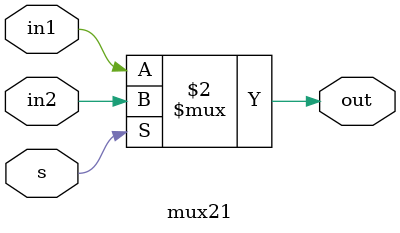
<source format=v>
`timescale 1ns / 1ps
module mux4X1(out,a,b,c,d,s);
  input a,b,c,d;
  input [1:0]s;
  output reg out;
  
  always@(*)
    begin
      case(s)
        2'b00: out= a;
        2'b01: out= b;
        2'b10: out= c;
        2'b11: out= d;
        default: out = 1'b0;
      endcase
    end
  
  
endmodule


module mux21(in1,in2,out,s);
  input in1,in2,s;
  output out;
  assign out = (s==1'b0)?in1:in2;
endmodule
</source>
